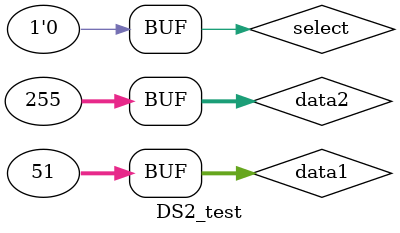
<source format=v>
`timescale 1ns / 1ps


module DS2_test;

	// Inputs
	reg [31:0] data1;
	reg [31:0] data2;
	reg select;

	// Outputs
	wire [31:0] out;

	// Instantiate the Unit Under Test (UUT)
	DS2 uut (
		.data1(data1), 
		.data2(data2), 
		.select(select), 
		.out(out)
	);

	initial begin
		// Initialize Inputs
		data1 = 0;
		data2 = 0;
		select = 0;

		// Wait 100 ns for global reset to finish
		#100 data1 = 32'b00110011;
		#100 data2 = 32'b11111111;
		#100 select = 1;
		#100 select = 0;
        
		// Add stimulus here

	end
      
endmodule


</source>
